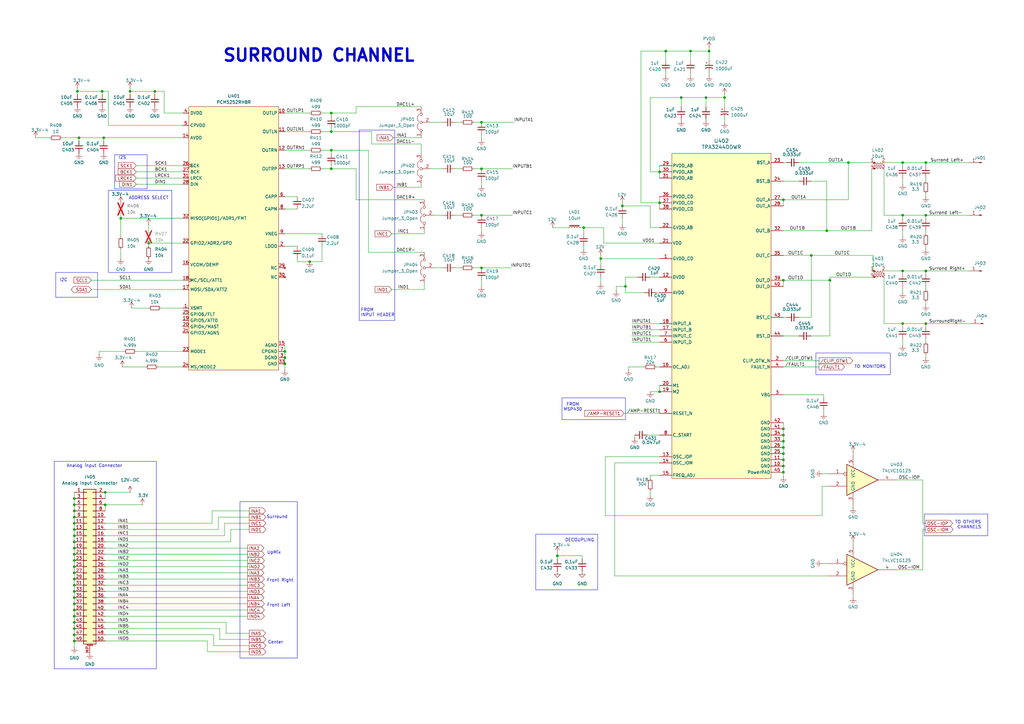
<source format=kicad_sch>
(kicad_sch (version 20250114) (generator "eeschema") (generator_version "9.0")
  (paper "A3")
  (title_block (title "Amplificateur Audio (Base Saine)") (date "2025-05-19") (rev "1.0") (company "NDG"))
  (rectangle (start 147.32 53.34) (end 161.925 131.445))
  (rectangle (start 22.225 189.23) (end 64.135 274.32))
  (rectangle (start 334.645 144.78) (end 365.125 153.67))
  (rectangle (start 44.45 78.105) (end 70.485 111.76))
  (rectangle (start 22.86 111.76) (end 40.005 121.92))
  (rectangle (start 379.095 210.82) (end 405.13 219.71))
  (rectangle (start 230.505 163.195) (end 256.54 172.085))
  (rectangle (start 98.425 205.74) (end 121.92 269.875))
  (rectangle (start 46.99 63.5) (end 60.325 77.47))
  (rectangle (start 219.71 219.075) (end 245.11 241.935))
  (text "DECOUPLING\n" (at 237.744 221.615 0) (effects (font (size 1.27 1.27))))
  (text "FROM\nMSP430\n" (at 234.95 167.005 0) (effects (font (size 1.27 1.27))))
  (text "I2S\n" (at 50.165 64.77 0) (effects (font (size 1.27 1.27))))
  (text "FROM\nINPUT HEADER" (at 147.955 128.27 0) (effects (font (size 1.27 1.27)) (justify left)))
  (text "Surround" (at 113.665 212.09 0) (effects (font (size 1.27 1.27))))
  (text "Front Left\n" (at 114.3 248.285 0) (effects (font (size 1.27 1.27))))
  (text "Center" (at 113.03 263.525 0) (effects (font (size 1.27 1.27))))
  (text "Analog input Connector" (at 38.735 191.135 0) (effects (font (size 1.27 1.27))))
  (text "TO MONITORS" (at 356.87 150.495 0) (effects (font (size 1.27 1.27))))
  (text "Front Right\n" (at 114.935 238.125 0) (effects (font (size 1.27 1.27))))
  (text "UpMix" (at 112.395 226.695 0) (effects (font (size 1.27 1.27))))
  (text "ADDRESS SELECT" (at 60.96 81.28 0) (effects (font (size 1.27 1.27))))
  (text "TO OTHERS \nCHANNELS\n" (at 397.51 215.265 0) (effects (font (size 1.27 1.27))))
  (text "I2C\n" (at 26.035 114.935 0) (effects (font (size 1.27 1.27))))
  (text "SURROUND CHANNEL\n" (at 130.81 22.86 0) (effects (font (size 5 5) (thickness 1) (bold yes))))
  (junction (at 135.89 69.215))
  (junction (at 246.38 106.045))
  (junction (at 116.84 144.145))
  (junction (at 289.56 40.005))
  (junction (at 30.48 234.95))
  (junction (at 321.31 186.055))
  (junction (at 135.89 53.975))
  (junction (at 30.48 224.79))
  (junction (at 43.18 201.93))
  (junction (at 30.48 214.63))
  (junction (at 273.05 20.955))
  (junction (at 42.545 56.515))
  (junction (at 279.4 40.005))
  (junction (at 197.485 50.165))
  (junction (at 347.98 66.675))
  (junction (at 41.91 37.465))
  (junction (at 255.27 84.455))
  (junction (at 30.48 252.73))
  (junction (at 30.48 250.19))
  (junction (at 256.54 117.475))
  (junction (at 30.48 260.35))
  (junction (at 379.73 88.265))
  (junction (at 30.48 217.17))
  (junction (at 30.48 245.11))
  (junction (at 49.53 89.535))
  (junction (at 290.83 20.955))
  (junction (at 135.89 46.355))
  (junction (at 379.73 111.125))
  (junction (at 43.18 207.01))
  (junction (at 30.48 247.65))
  (junction (at 321.31 193.675))
  (junction (at 379.73 132.715))
  (junction (at 30.48 242.57))
  (junction (at 270.51 160.655))
  (junction (at 321.31 175.895))
  (junction (at 321.31 114.935))
  (junction (at 63.5 37.465))
  (junction (at 30.48 209.55))
  (junction (at 321.31 178.435))
  (junction (at 30.48 257.81))
  (junction (at 30.48 212.09))
  (junction (at 30.48 222.25))
  (junction (at 30.48 237.49))
  (junction (at 270.51 70.485))
  (junction (at 370.205 132.715))
  (junction (at 30.48 255.27))
  (junction (at 30.48 229.87))
  (junction (at 270.51 83.185))
  (junction (at 370.205 66.675))
  (junction (at 321.31 180.975))
  (junction (at 197.485 69.215))
  (junction (at 297.18 40.005))
  (junction (at 370.205 111.125))
  (junction (at 116.84 149.225))
  (junction (at 197.485 109.855))
  (junction (at 60.96 99.695))
  (junction (at 321.31 81.915))
  (junction (at 30.48 232.41))
  (junction (at 30.48 262.89))
  (junction (at 30.48 207.01))
  (junction (at 228.6 227.965))
  (junction (at 321.31 183.515))
  (junction (at 30.48 240.03))
  (junction (at 239.395 93.345))
  (junction (at 32.385 56.515))
  (junction (at 321.31 188.595))
  (junction (at 30.48 219.71))
  (junction (at 321.31 191.135))
  (junction (at 370.205 88.265))
  (junction (at 283.21 20.955))
  (junction (at 135.89 61.595))
  (junction (at 30.48 204.47))
  (junction (at 332.74 104.775))
  (junction (at 340.36 114.935))
  (junction (at 53.34 37.465))
  (junction (at 379.73 66.675))
  (junction (at 31.75 37.465))
  (junction (at 197.485 88.265))
  (junction (at 127 107.315))
  (junction (at 116.84 146.685))
  (junction (at 339.09 94.615))
  (junction (at 30.48 227.33))
  (wire (pts (xy 255.27 83.185) (xy 255.27 84.455)))
  (wire (pts (xy 90.17 262.255) (xy 102.235 262.255)))
  (wire (pts (xy 279.4 40.005) (xy 279.4 43.815)))
  (wire (pts (xy 297.18 43.815) (xy 297.18 40.005)))
  (wire (pts (xy 370.205 132.715) (xy 370.205 133.985)))
  (wire (pts (xy 60.96 100.965) (xy 60.96 99.695)))
  (wire (pts (xy 43.18 252.73) (xy 101.6 252.73)))
  (wire (pts (xy 357.505 69.215) (xy 357.505 94.615)))
  (wire (pts (xy 173.99 94.615) (xy 173.99 95.885)))
  (wire (pts (xy 297.18 40.005) (xy 289.56 40.005)))
  (wire (pts (xy 49.53 89.535) (xy 74.93 89.535)))
  (wire (pts (xy 92.71 259.715) (xy 102.235 259.715)))
  (wire (pts (xy 30.48 237.49) (xy 30.48 240.03)))
  (wire (pts (xy 186.69 69.215) (xy 189.23 69.215)))
  (wire (pts (xy 86.995 209.55) (xy 102.235 209.55)))
  (wire (pts (xy 255.27 92.075) (xy 255.27 89.535)))
  (wire (pts (xy 269.24 150.495) (xy 270.51 150.495)))
  (wire (pts (xy 246.38 106.045) (xy 246.38 108.585)))
  (wire (pts (xy 335.915 150.495) (xy 321.31 150.495)))
  (wire (pts (xy 146.05 81.915) (xy 146.05 69.215)))
  (wire (pts (xy 297.18 38.735) (xy 297.18 40.005)))
  (wire (pts (xy 37.465 114.935) (xy 74.93 114.935)))
  (wire (pts (xy 257.81 151.765) (xy 257.81 150.495)))
  (wire (pts (xy 347.98 81.915) (xy 321.31 81.915)))
  (wire (pts (xy 297.18 50.165) (xy 297.18 48.895)))
  (wire (pts (xy 197.485 76.2) (xy 197.485 74.295)))
  (wire (pts (xy 259.08 137.795) (xy 270.51 137.795)))
  (wire (pts (xy 30.48 207.01) (xy 30.48 209.55)))
  (wire (pts (xy 248.285 211.455) (xy 337.185 211.455)))
  (wire (pts (xy 43.18 247.65) (xy 101.6 247.65)))
  (wire (pts (xy 30.48 255.27) (xy 30.48 257.81)))
  (wire (pts (xy 279.4 40.005) (xy 289.56 40.005)))
  (wire (pts (xy 246.38 116.205) (xy 246.38 113.665)))
  (wire (pts (xy 55.88 73.025) (xy 74.93 73.025)))
  (wire (pts (xy 261.62 113.665) (xy 256.54 113.665)))
  (wire (pts (xy 379.73 125.095) (xy 379.73 123.825)))
  (wire (pts (xy 132.08 100.965) (xy 132.08 107.315)))
  (wire (pts (xy 173.99 103.505) (xy 151.13 103.505)))
  (wire (pts (xy 340.36 113.665) (xy 340.36 114.935)))
  (wire (pts (xy 340.36 113.665) (xy 357.505 113.665)))
  (wire (pts (xy 321.31 173.355) (xy 321.31 175.895)))
  (wire (pts (xy 397.51 88.265) (xy 379.73 88.265)))
  (wire (pts (xy 186.69 109.855) (xy 189.23 109.855)))
  (wire (pts (xy 266.7 84.455) (xy 255.27 84.455)))
  (wire (pts (xy 92.71 255.27) (xy 43.18 255.27)))
  (wire (pts (xy 256.54 117.475) (xy 256.54 120.015)))
  (wire (pts (xy 37.465 118.745) (xy 74.93 118.745)))
  (wire (pts (xy 321.31 180.975) (xy 321.31 183.515)))
  (wire (pts (xy 116.84 53.975) (xy 127 53.975)))
  (wire (pts (xy 370.205 111.125) (xy 370.205 112.395)))
  (wire (pts (xy 321.31 178.435) (xy 321.31 180.975)))
  (wire (pts (xy 30.48 260.35) (xy 30.48 262.89)))
  (wire (pts (xy 257.81 150.495) (xy 264.16 150.495)))
  (wire (pts (xy 87.63 264.795) (xy 87.63 260.35)))
  (wire (pts (xy 30.48 214.63) (xy 30.48 217.17)))
  (wire (pts (xy 132.08 69.215) (xy 135.89 69.215)))
  (wire (pts (xy 248.285 187.325) (xy 270.51 187.325)))
  (wire (pts (xy 55.88 144.145) (xy 74.93 144.145)))
  (wire (pts (xy 197.485 50.165) (xy 210.82 50.165)))
  (wire (pts (xy 339.09 94.615) (xy 321.31 94.615)))
  (wire (pts (xy 270.51 83.185) (xy 262.89 83.185)))
  (wire (pts (xy 279.4 49.53) (xy 279.4 48.895)))
  (wire (pts (xy 370.205 88.265) (xy 370.205 89.535)))
  (wire (pts (xy 270.51 80.645) (xy 270.51 83.185)))
  (wire (pts (xy 53.975 126.365) (xy 60.96 126.365)))
  (wire (pts (xy 322.58 66.675) (xy 321.31 66.675)))
  (wire (pts (xy 362.585 66.675) (xy 370.205 66.675)))
  (wire (pts (xy 238.125 93.345) (xy 239.395 93.345)))
  (wire (pts (xy 67.31 46.355) (xy 67.31 37.465)))
  (wire (pts (xy 283.21 31.115) (xy 283.21 29.845)))
  (wire (pts (xy 252.095 236.22) (xy 339.725 236.22)))
  (wire (pts (xy 86.995 209.55) (xy 86.995 214.63)))
  (wire (pts (xy 239.395 93.345) (xy 239.395 95.885)))
  (wire (pts (xy 32.385 56.515) (xy 42.545 56.515)))
  (wire (pts (xy 347.98 66.675) (xy 357.505 66.675)))
  (wire (pts (xy 379.73 80.645) (xy 379.73 79.375)))
  (wire (pts (xy 43.18 207.01) (xy 58.42 207.01)))
  (wire (pts (xy 25.4 56.515) (xy 32.385 56.515)))
  (wire (pts (xy 370.205 75.565) (xy 370.205 73.025)))
  (wire (pts (xy 43.18 201.93) (xy 43.18 204.47)))
  (wire (pts (xy 246.38 104.775) (xy 246.38 106.045)))
  (wire (pts (xy 152.4 53.975) (xy 152.4 59.055)))
  (wire (pts (xy 197.485 95.25) (xy 197.485 93.345)))
  (wire (pts (xy 270.51 158.115) (xy 270.51 160.655)))
  (wire (pts (xy 30.48 245.11) (xy 30.48 247.65)))
  (wire (pts (xy 362.585 111.125) (xy 370.205 111.125)))
  (wire (pts (xy 186.69 50.165) (xy 189.23 50.165)))
  (wire (pts (xy 146.05 43.815) (xy 172.72 43.815)))
  (wire (pts (xy 321.31 183.515) (xy 321.31 186.055)))
  (wire (pts (xy 266.7 194.945) (xy 266.7 196.215)))
  (wire (pts (xy 259.08 132.715) (xy 270.51 132.715)))
  (wire (pts (xy 49.53 88.265) (xy 49.53 89.535)))
  (wire (pts (xy 379.73 111.125) (xy 397.51 111.125)))
  (wire (pts (xy 30.48 262.89) (xy 30.48 265.43)))
  (wire (pts (xy 30.48 250.19) (xy 30.48 252.73)))
  (wire (pts (xy 349.885 185.42) (xy 349.885 186.69)))
  (wire (pts (xy 194.31 50.165) (xy 197.485 50.165)))
  (wire (pts (xy 238.76 229.235) (xy 238.76 227.965)))
  (wire (pts (xy 121.92 107.315) (xy 121.92 106.045)))
  (wire (pts (xy 321.31 114.935) (xy 340.36 114.935)))
  (wire (pts (xy 370.205 97.155) (xy 370.205 94.615)))
  (wire (pts (xy 30.48 209.55) (xy 30.48 212.09)))
  (wire (pts (xy 132.08 95.885) (xy 116.84 95.885)))
  (wire (pts (xy 30.48 219.71) (xy 30.48 222.25)))
  (wire (pts (xy 127 107.315) (xy 132.08 107.315)))
  (wire (pts (xy 349.885 208.28) (xy 349.885 207.01)))
  (wire (pts (xy 321.31 191.135) (xy 321.31 193.675)))
  (wire (pts (xy 259.08 140.335) (xy 270.51 140.335)))
  (wire (pts (xy 265.43 178.435) (xy 270.51 178.435)))
  (wire (pts (xy 43.18 207.01) (xy 43.18 209.55)))
  (wire (pts (xy 327.66 66.675) (xy 347.98 66.675)))
  (wire (pts (xy 252.73 117.475) (xy 252.73 119.38)))
  (wire (pts (xy 31.75 37.465) (xy 41.91 37.465)))
  (wire (pts (xy 161.29 76.835) (xy 172.72 76.835)))
  (wire (pts (xy 116.84 144.145) (xy 116.84 146.685)))
  (wire (pts (xy 31.75 37.465) (xy 31.75 38.735)))
  (wire (pts (xy 42.545 56.515) (xy 74.93 56.515)))
  (wire (pts (xy 256.54 113.665) (xy 256.54 117.475)))
  (wire (pts (xy 252.095 189.865) (xy 252.095 236.22)))
  (wire (pts (xy 30.48 257.81) (xy 30.48 260.35)))
  (wire (pts (xy 362.585 88.265) (xy 370.205 88.265)))
  (wire (pts (xy 181.61 50.165) (xy 176.53 50.165)))
  (wire (pts (xy 358.14 111.125) (xy 357.505 111.125)))
  (wire (pts (xy 321.31 186.055) (xy 321.31 188.595)))
  (wire (pts (xy 260.35 178.435) (xy 260.35 179.705)))
  (wire (pts (xy 30.48 240.03) (xy 30.48 242.57)))
  (wire (pts (xy 290.83 20.955) (xy 283.21 20.955)))
  (wire (pts (xy 290.83 19.685) (xy 290.83 20.955)))
  (wire (pts (xy 290.83 31.115) (xy 290.83 29.845)))
  (wire (pts (xy 357.505 94.615) (xy 339.09 94.615)))
  (wire (pts (xy 172.72 59.055) (xy 172.72 62.865)))
  (wire (pts (xy 67.31 37.465) (xy 63.5 37.465)))
  (wire (pts (xy 173.99 81.915) (xy 146.05 81.915)))
  (wire (pts (xy 370.205 66.675) (xy 379.73 66.675)))
  (wire (pts (xy 146.05 46.355) (xy 135.89 46.355)))
  (wire (pts (xy 44.45 37.465) (xy 41.91 37.465)))
  (wire (pts (xy 269.24 120.015) (xy 270.51 120.015)))
  (wire (pts (xy 181.61 109.855) (xy 177.8 109.855)))
  (wire (pts (xy 248.285 187.325) (xy 248.285 211.455)))
  (wire (pts (xy 379.73 118.745) (xy 379.73 117.475)))
  (wire (pts (xy 321.31 175.895) (xy 321.31 178.435)))
  (wire (pts (xy 92.71 259.715) (xy 92.71 255.27)))
  (wire (pts (xy 362.585 113.665) (xy 362.585 132.715)))
  (wire (pts (xy 379.73 66.675) (xy 379.73 67.945)))
  (wire (pts (xy 337.82 163.195) (xy 337.82 161.925)))
  (wire (pts (xy 85.09 267.335) (xy 85.09 262.89)))
  (wire (pts (xy 279.4 40.005) (xy 266.7 40.005)))
  (wire (pts (xy 321.31 104.775) (xy 332.74 104.775)))
  (wire (pts (xy 43.18 229.87) (xy 101.6 229.87)))
  (wire (pts (xy 135.89 52.705) (xy 135.89 53.975)))
  (wire (pts (xy 379.73 146.685) (xy 379.73 145.415)))
  (wire (pts (xy 228.6 227.965) (xy 238.76 227.965)))
  (wire (pts (xy 116.84 61.595) (xy 127 61.595)))
  (wire (pts (xy 43.18 237.49) (xy 101.6 237.49)))
  (wire (pts (xy 74.93 99.695) (xy 60.96 99.695)))
  (wire (pts (xy 321.31 114.935) (xy 321.31 117.475)))
  (wire (pts (xy 116.84 46.355) (xy 127 46.355)))
  (wire (pts (xy 349.885 222.25) (xy 349.885 223.52)))
  (wire (pts (xy 53.34 36.195) (xy 53.34 37.465)))
  (wire (pts (xy 94.615 217.17) (xy 94.615 222.25)))
  (wire (pts (xy 252.095 189.865) (xy 270.51 189.865)))
  (wire (pts (xy 64.77 150.495) (xy 74.93 150.495)))
  (wire (pts (xy 370.205 141.605) (xy 370.205 139.065)))
  (wire (pts (xy 42.545 57.785) (xy 42.545 56.515)))
  (wire (pts (xy 135.89 62.865) (xy 135.89 61.595)))
  (wire (pts (xy 31.75 36.195) (xy 31.75 37.465)))
  (wire (pts (xy 332.74 74.295) (xy 339.09 74.295)))
  (wire (pts (xy 378.46 233.68) (xy 367.665 233.68)))
  (wire (pts (xy 151.13 103.505) (xy 151.13 61.595)))
  (wire (pts (xy 266.7 40.005) (xy 266.7 70.485)))
  (wire (pts (xy 197.485 117.475) (xy 197.485 114.935)))
  (wire (pts (xy 327.66 74.295) (xy 321.31 74.295)))
  (wire (pts (xy 379.73 140.335) (xy 379.73 139.065)))
  (wire (pts (xy 30.48 224.79) (xy 30.48 227.33)))
  (wire (pts (xy 321.31 195.58) (xy 321.31 193.675)))
  (wire (pts (xy 246.38 106.045) (xy 270.51 106.045)))
  (wire (pts (xy 197.485 69.215) (xy 210.185 69.215)))
  (wire (pts (xy 43.18 245.11) (xy 101.6 245.11)))
  (wire (pts (xy 66.04 126.365) (xy 74.93 126.365)))
  (wire (pts (xy 116.84 69.215) (xy 127 69.215)))
  (wire (pts (xy 116.84 146.685) (xy 116.84 149.225)))
  (wire (pts (xy 358.14 104.775) (xy 358.14 111.125)))
  (wire (pts (xy 379.73 132.715) (xy 398.145 132.715)))
  (wire (pts (xy 332.74 137.795) (xy 340.36 137.795)))
  (wire (pts (xy 43.18 214.63) (xy 86.995 214.63)))
  (wire (pts (xy 347.98 66.675) (xy 347.98 81.915)))
  (wire (pts (xy 321.31 188.595) (xy 321.31 191.135)))
  (wire (pts (xy 55.88 75.565) (xy 74.93 75.565)))
  (wire (pts (xy 160.655 95.885) (xy 173.99 95.885)))
  (wire (pts (xy 339.09 74.295) (xy 339.09 94.615)))
  (wire (pts (xy 49.53 89.535) (xy 49.53 97.155)))
  (wire (pts (xy 378.46 217.17) (xy 378.46 233.68)))
  (wire (pts (xy 197.485 57.15) (xy 197.485 55.245)))
  (wire (pts (xy 55.88 67.945) (xy 74.93 67.945)))
  (wire (pts (xy 197.485 88.265) (xy 210.185 88.265)))
  (wire (pts (xy 41.91 38.735) (xy 41.91 37.465)))
  (wire (pts (xy 378.46 214.63) (xy 378.46 196.85)))
  (wire (pts (xy 43.18 227.33) (xy 101.6 227.33)))
  (wire (pts (xy 30.48 242.57) (xy 30.48 245.11)))
  (wire (pts (xy 85.09 262.89) (xy 43.18 262.89)))
  (wire (pts (xy 135.89 53.975) (xy 132.08 53.975)))
  (wire (pts (xy 121.92 107.315) (xy 127 107.315)))
  (wire (pts (xy 30.48 204.47) (xy 30.48 207.01)))
  (wire (pts (xy 228.6 226.695) (xy 228.6 227.965)))
  (wire (pts (xy 332.74 130.175) (xy 327.66 130.175)))
  (wire (pts (xy 337.82 169.545) (xy 337.82 168.275)))
  (wire (pts (xy 135.89 46.355) (xy 132.08 46.355)))
  (wire (pts (xy 87.63 260.35) (xy 43.18 260.35)))
  (wire (pts (xy 259.08 135.255) (xy 270.51 135.255)))
  (wire (pts (xy 370.205 88.265) (xy 379.73 88.265)))
  (wire (pts (xy 337.185 194.31) (xy 339.725 194.31)))
  (wire (pts (xy 289.56 40.005) (xy 289.56 43.815)))
  (wire (pts (xy 43.18 219.71) (xy 92.075 219.71)))
  (wire (pts (xy 135.89 69.215) (xy 135.89 67.945)))
  (wire (pts (xy 194.31 109.855) (xy 197.485 109.855)))
  (wire (pts (xy 152.4 53.975) (xy 135.89 53.975)))
  (wire (pts (xy 322.58 130.175) (xy 321.31 130.175)))
  (wire (pts (xy 92.075 214.63) (xy 102.235 214.63)))
  (wire (pts (xy 264.16 120.015) (xy 256.54 120.015)))
  (wire (pts (xy 270.51 67.945) (xy 270.51 70.485)))
  (wire (pts (xy 67.31 46.355) (xy 74.93 46.355)))
  (wire (pts (xy 173.99 118.745) (xy 160.655 118.745)))
  (wire (pts (xy 266.7 84.455) (xy 266.7 93.345)))
  (wire (pts (xy 40.64 144.145) (xy 50.8 144.145)))
  (wire (pts (xy 172.72 76.835) (xy 172.72 75.565)))
  (wire (pts (xy 266.7 113.665) (xy 270.51 113.665)))
  (wire (pts (xy 266.7 194.945) (xy 270.51 194.945)))
  (wire (pts (xy 43.18 234.95) (xy 101.6 234.95)))
  (wire (pts (xy 290.83 24.765) (xy 290.83 20.955)))
  (wire (pts (xy 30.48 232.41) (xy 30.48 234.95)))
  (wire (pts (xy 43.18 224.79) (xy 101.6 224.79)))
  (wire (pts (xy 335.915 147.955) (xy 321.31 147.955)))
  (wire (pts (xy 43.18 217.17) (xy 89.535 217.17)))
  (wire (pts (xy 197.485 109.855) (xy 209.55 109.855)))
  (wire (pts (xy 85.09 267.335) (xy 102.235 267.335)))
  (wire (pts (xy 90.17 262.255) (xy 90.17 257.81)))
  (wire (pts (xy 60.96 92.075) (xy 60.96 94.615)))
  (wire (pts (xy 53.34 37.465) (xy 63.5 37.465)))
  (wire (pts (xy 379.73 88.265) (xy 379.73 89.535)))
  (wire (pts (xy 379.73 217.17) (xy 378.46 217.17)))
  (wire (pts (xy 30.48 212.09) (xy 30.48 214.63)))
  (wire (pts (xy 379.73 111.125) (xy 379.73 112.395)))
  (wire (pts (xy 194.31 88.265) (xy 197.485 88.265)))
  (wire (pts (xy 289.56 49.53) (xy 289.56 48.895)))
  (wire (pts (xy 173.99 116.205) (xy 173.99 118.745)))
  (wire (pts (xy 121.92 85.725) (xy 116.84 85.725)))
  (wire (pts (xy 43.18 201.93) (xy 53.34 201.93)))
  (wire (pts (xy 186.69 88.265) (xy 189.23 88.265)))
  (wire (pts (xy 321.31 137.795) (xy 327.66 137.795)))
  (wire (pts (xy 146.05 43.815) (xy 146.05 46.355)))
  (wire (pts (xy 30.48 234.95) (xy 30.48 237.49)))
  (wire (pts (xy 337.185 231.14) (xy 339.725 231.14)))
  (wire (pts (xy 270.51 70.485) (xy 270.51 73.025)))
  (wire (pts (xy 43.18 232.41) (xy 101.6 232.41)))
  (wire (pts (xy 151.13 61.595) (xy 135.89 61.595)))
  (wire (pts (xy 379.73 102.235) (xy 379.73 100.965)))
  (wire (pts (xy 273.05 31.115) (xy 273.05 29.845)))
  (wire (pts (xy 30.48 227.33) (xy 30.48 229.87)))
  (wire (pts (xy 370.205 132.715) (xy 379.73 132.715)))
  (wire (pts (xy 30.48 222.25) (xy 30.48 224.79)))
  (wire (pts (xy 116.84 141.605) (xy 116.84 144.145)))
  (wire (pts (xy 30.48 247.65) (xy 30.48 250.19)))
  (wire (pts (xy 266.7 160.655) (xy 270.51 160.655)))
  (wire (pts (xy 340.36 114.935) (xy 340.36 137.795)))
  (wire (pts (xy 53.34 37.465) (xy 53.34 38.735)))
  (wire (pts (xy 43.18 222.25) (xy 94.615 222.25)))
  (wire (pts (xy 262.89 83.185) (xy 262.89 20.955)))
  (wire (pts (xy 370.205 120.015) (xy 370.205 117.475)))
  (wire (pts (xy 43.18 240.03) (xy 101.6 240.03)))
  (wire (pts (xy 135.89 61.595) (xy 132.08 61.595)))
  (wire (pts (xy 266.7 70.485) (xy 270.51 70.485)))
  (wire (pts (xy 370.205 66.675) (xy 370.205 67.945)))
  (wire (pts (xy 379.73 214.63) (xy 378.46 214.63)))
  (wire (pts (xy 270.51 83.185) (xy 270.51 85.725)))
  (wire (pts (xy 87.63 264.795) (xy 102.235 264.795)))
  (wire (pts (xy 270.51 99.695) (xy 247.65 99.695)))
  (wire (pts (xy 379.73 95.885) (xy 379.73 94.615)))
  (wire (pts (xy 89.535 212.09) (xy 102.235 212.09)))
  (wire (pts (xy 32.385 56.515) (xy 32.385 57.785)))
  (wire (pts (xy 252.73 117.475) (xy 256.54 117.475)))
  (wire (pts (xy 43.18 242.57) (xy 101.6 242.57)))
  (wire (pts (xy 94.615 217.17) (xy 102.235 217.17)))
  (wire (pts (xy 273.05 20.955) (xy 283.21 20.955)))
  (wire (pts (xy 379.73 66.675) (xy 397.51 66.675)))
  (wire (pts (xy 181.61 69.215) (xy 176.53 69.215)))
  (wire (pts (xy 50.165 150.495) (xy 59.69 150.495)))
  (wire (pts (xy 332.74 104.775) (xy 332.74 130.175)))
  (wire (pts (xy 89.535 212.09) (xy 89.535 217.17)))
  (wire (pts (xy 239.395 100.965) (xy 239.395 102.235)))
  (wire (pts (xy 121.92 80.645) (xy 116.84 80.645)))
  (wire (pts (xy 247.65 99.695) (xy 247.65 93.345)))
  (wire (pts (xy 194.31 69.215) (xy 197.485 69.215)))
  (wire (pts (xy 266.7 203.2) (xy 266.7 201.295)))
  (wire (pts (xy 30.48 217.17) (xy 30.48 219.71)))
  (wire (pts (xy 152.4 59.055) (xy 172.72 59.055)))
  (wire (pts (xy 332.74 104.775) (xy 358.14 104.775)))
  (wire (pts (xy 379.73 132.715) (xy 379.73 133.985)))
  (wire (pts (xy 379.73 74.295) (xy 379.73 73.025)))
  (wire (pts (xy 349.885 245.11) (xy 349.885 243.84)))
  (wire (pts (xy 247.65 93.345) (xy 239.395 93.345)))
  (wire (pts (xy 49.53 102.235) (xy 49.53 106.045)))
  (wire (pts (xy 273.05 20.955) (xy 273.05 24.765)))
  (wire (pts (xy 262.89 20.955) (xy 273.05 20.955)))
  (wire (pts (xy 63.5 38.735) (xy 63.5 37.465)))
  (wire (pts (xy 378.46 196.85) (xy 367.665 196.85)))
  (wire (pts (xy 181.61 88.265) (xy 177.8 88.265)))
  (wire (pts (xy 370.205 111.125) (xy 379.73 111.125)))
  (wire (pts (xy 337.82 161.925) (xy 321.31 161.925)))
  (wire (pts (xy 283.21 20.955) (xy 283.21 24.765)))
  (wire (pts (xy 226.695 93.345) (xy 233.045 93.345)))
  (wire (pts (xy 30.48 201.93) (xy 30.48 204.47)))
  (wire (pts (xy 30.48 252.73) (xy 30.48 255.27)))
  (wire (pts (xy 135.89 47.625) (xy 135.89 46.355)))
  (wire (pts (xy 40.64 145.415) (xy 40.64 144.145)))
  (wire (pts (xy 74.93 51.435) (xy 44.45 51.435)))
  (wire (pts (xy 121.92 100.965) (xy 116.84 100.965)))
  (wire (pts (xy 43.18 250.19) (xy 101.6 250.19)))
  (wire (pts (xy 161.29 56.515) (xy 172.72 56.515)))
  (wire (pts (xy 266.7 93.345) (xy 270.51 93.345)))
  (wire (pts (xy 55.88 70.485) (xy 74.93 70.485)))
  (wire (pts (xy 92.075 214.63) (xy 92.075 219.71)))
  (wire (pts (xy 337.185 199.39) (xy 339.725 199.39)))
  (wire (pts (xy 362.585 69.215) (xy 362.585 88.265)))
  (wire (pts (xy 321.31 81.915) (xy 321.31 84.455)))
  (wire (pts (xy 90.17 257.81) (xy 43.18 257.81)))
  (wire (pts (xy 255.905 169.545) (xy 270.51 169.545)))
  (wire (pts (xy 30.48 229.87) (xy 30.48 232.41)))
  (wire (pts (xy 146.05 69.215) (xy 135.89 69.215)))
  (wire (pts (xy 116.84 149.225) (xy 116.84 151.765)))
  (wire (pts (xy 44.45 51.435) (xy 44.45 37.465)))
  (wire (pts (xy 228.6 227.965) (xy 228.6 229.235)))
  (wire (pts (xy 337.185 211.455) (xy 337.185 199.39)))
  (wire (pts (xy 14.605 56.515) (xy 20.32 56.515)))
  (wire (pts (xy 362.585 132.715) (xy 370.205 132.715)))
  (label "INB5" (at 48.26 257.81 0))
  (label "DAC1R+" (at 162.56 81.915 0))
  (label "OUT1B" (at 323.85 94.615 0))
  (label "INA2" (at 48.26 224.79 0))
  (label "INB3" (at 48.26 237.49 0))
  (label "INPUTD1" (at 259.08 140.335 0))
  (label "SCK1" (at 63.5 67.945 0))
  (label "OSC-IOM" (at 368.3 233.68 0))
  (label "INA5" (at 48.26 255.27 0))
  (label "INPUTB1" (at 259.08 135.255 0))
  (label "INB2" (at 48.26 227.33 0))
  (label "OUT1A" (at 339.725 66.675 0))
  (label "OUT1D" (at 323.215 114.935 0))
  (label "Surrond Left+" (at 381.635 66.675 0))
  (label "INA4" (at 48.26 245.11 0))
  (label "INC1" (at 163.195 95.885 0))
  (label "OUT1C" (at 323.215 104.775 0))
  (label "INC1" (at 48.26 219.71 0))
  (label "OUT1A" (at 324.485 81.915 0))
  (label "INC4" (at 48.26 250.19 0))
  (label "OUTLN1" (at 117.475 53.975 0))
  (label "SDA1" (at 48.895 118.745 0))
  (label "OSC-IOP" (at 368.556 196.85 0))
  (label "INC2" (at 48.26 229.87 0))
  (label "BCK1" (at 63.5 70.485 0))
  (label "INA1" (at 48.26 214.63 0))
  (label "IND4" (at 48.26 252.73 0))
  (label "OUTRN1" (at 117.475 61.595 0))
  (label "DIN1" (at 63.5 75.565 0))
  (label "OUT1C" (at 342.265 104.775 0))
  (label "VDD1" (at 263.525 99.695 0))
  (label "DAC1R-" (at 162.56 103.505 0))
  (label "Surrond Right+" (at 381 111.125 0))
  (label "{slash}CLIP_OTW1" (at 321.945 147.955 0))
  (label "INPUTC1" (at 259.08 137.795 0))
  (label "INPUTA1" (at 259.08 132.715 0))
  (label "IND2" (at 48.26 232.41 0))
  (label "INB1" (at 162.56 76.835 0))
  (label "INC5" (at 48.26 260.35 0))
  (label "INC3" (at 48.26 240.03 0))
  (label "INPUTB1" (at 210.185 69.215 0))
  (label "IND1" (at 163.195 118.745 0))
  (label "INPUTC1" (at 210.185 88.265 0))
  (label "OUT1D" (at 342.9 113.665 0))
  (label "OUTRP1" (at 117.475 69.215 0))
  (label "IND3" (at 48.26 242.57 0))
  (label "INB4" (at 48.26 247.65 0))
  (label "OUT1B" (at 344.805 94.615 0))
  (label "DAC1L-" (at 162.56 59.055 0))
  (label "IND1" (at 48.26 222.25 0))
  (label "SCL1" (at 48.895 114.935 0))
  (label "INA3" (at 48.26 234.95 0))
  (label "SurroundRight-" (at 381 132.715 0))
  (label "IND5" (at 48.26 262.89 0))
  (label "{slash}FAULT1" (at 321.945 150.495 0))
  (label "INPUTA1" (at 210.82 50.165 0))
  (label "DAC1L+" (at 162.56 43.815 0))
  (label "LRCK1" (at 63.5 73.025 0))
  (label "{slash}AMP-RESET1" (at 257.175 169.545 0))
  (label "INB1" (at 48.26 217.17 0))
  (label "Surrond Left-" (at 381 88.265 0))
  (label "INPUTD1" (at 209.55 109.855 0))
  (label "INA1" (at 162.56 56.515 0))
  (label "OUTLP1" (at 117.475 46.355 0))
  (global_label "INB5" (shape output) (at 102.235 262.255 0) (property "Intersheetrefs" "${INTERSHEET_REFS}" (effects (hide yes))))
  (global_label "SCK1" (shape input) (at 55.88 67.945 180) (property "Intersheetrefs" "${INTERSHEET_REFS}" (effects (hide yes))))
  (global_label "INB1" (shape input) (at 161.29 76.835 180) (property "Intersheetrefs" "${INTERSHEET_REFS}" (effects (hide yes))))
  (global_label "OSC-IOP" (shape output) (at 379.73 214.63 0) (property "Intersheetrefs" "${INTERSHEET_REFS}" (effects (hide yes))))
  (global_label "{slash}FAULT1" (shape output) (at 335.915 150.495 0) (property "Intersheetrefs" "${INTERSHEET_REFS}" (effects (hide yes))))
  (global_label "INC1" (shape output) (at 102.235 214.63 0) (property "Intersheetrefs" "${INTERSHEET_REFS}" (effects (hide yes))))
  (global_label "INC1" (shape input) (at 160.655 95.885 180) (property "Intersheetrefs" "${INTERSHEET_REFS}" (effects (hide yes))))
  (global_label "BCK1" (shape input) (at 55.88 70.485 180) (property "Intersheetrefs" "${INTERSHEET_REFS}" (effects (hide yes))))
  (global_label "IND5" (shape output) (at 102.235 267.335 0) (property "Intersheetrefs" "${INTERSHEET_REFS}" (effects (hide yes))))
  (global_label "IND1" (shape output) (at 102.235 217.17 0) (property "Intersheetrefs" "${INTERSHEET_REFS}" (effects (hide yes))))
  (global_label "DIN1" (shape input) (at 55.88 75.565 180) (property "Intersheetrefs" "${INTERSHEET_REFS}" (effects (hide yes))))
  (global_label "{slash}AMP-RESET1" (shape input) (at 255.905 169.545 180) (property "Intersheetrefs" "${INTERSHEET_REFS}" (effects (hide yes))))
  (global_label "INC3" (shape output) (at 101.6 240.03 0) (property "Intersheetrefs" "${INTERSHEET_REFS}" (effects (hide yes))))
  (global_label "INA5" (shape output) (at 102.235 259.715 0) (property "Intersheetrefs" "${INTERSHEET_REFS}" (effects (hide yes))))
  (global_label "INA1" (shape output) (at 102.235 209.55 0) (property "Intersheetrefs" "${INTERSHEET_REFS}" (effects (hide yes))))
  (global_label "INC5" (shape output) (at 102.235 264.795 0) (property "Intersheetrefs" "${INTERSHEET_REFS}" (effects (hide yes))))
  (global_label "INC2" (shape output) (at 101.6 229.87 0) (property "Intersheetrefs" "${INTERSHEET_REFS}" (effects (hide yes))))
  (global_label "IND1" (shape input) (at 160.655 118.745 180) (property "Intersheetrefs" "${INTERSHEET_REFS}" (effects (hide yes))))
  (global_label "SDA1" (shape bidirectional) (at 37.465 118.745 180) (property "Intersheetrefs" "${INTERSHEET_REFS}" (effects (hide yes))))
  (global_label "IND2" (shape output) (at 101.6 232.41 0) (property "Intersheetrefs" "${INTERSHEET_REFS}" (effects (hide yes))))
  (global_label "INA4" (shape output) (at 101.6 245.11 0) (property "Intersheetrefs" "${INTERSHEET_REFS}" (effects (hide yes))))
  (global_label "INB3" (shape output) (at 101.6 237.49 0) (property "Intersheetrefs" "${INTERSHEET_REFS}" (effects (hide yes))))
  (global_label "IND4" (shape output) (at 101.6 252.73 0) (property "Intersheetrefs" "${INTERSHEET_REFS}" (effects (hide yes))))
  (global_label "INB4" (shape output) (at 101.6 247.65 0) (property "Intersheetrefs" "${INTERSHEET_REFS}" (effects (hide yes))))
  (global_label "INA3" (shape output) (at 101.6 234.95 0) (property "Intersheetrefs" "${INTERSHEET_REFS}" (effects (hide yes))))
  (global_label "{slash}CLIP_OTW1" (shape output) (at 335.915 147.955 0) (property "Intersheetrefs" "${INTERSHEET_REFS}" (effects (hide yes))))
  (global_label "INA2" (shape output) (at 101.6 224.79 0) (property "Intersheetrefs" "${INTERSHEET_REFS}" (effects (hide yes))))
  (global_label "LRCK1" (shape input) (at 55.88 73.025 180) (property "Intersheetrefs" "${INTERSHEET_REFS}" (effects (hide yes))))
  (global_label "IND3" (shape output) (at 101.6 242.57 0) (property "Intersheetrefs" "${INTERSHEET_REFS}" (effects (hide yes))))
  (global_label "INC4" (shape output) (at 101.6 250.19 0) (property "Intersheetrefs" "${INTERSHEET_REFS}" (effects (hide yes))))
  (global_label "SCL1" (shape input) (at 37.465 114.935 180) (property "Intersheetrefs" "${INTERSHEET_REFS}" (effects (hide yes))))
  (global_label "INA1" (shape input) (at 161.29 56.515 180) (property "Intersheetrefs" "${INTERSHEET_REFS}" (effects (hide yes))))
  (global_label "OSC-IOM" (shape output) (at 379.73 217.17 0) (property "Intersheetrefs" "${INTERSHEET_REFS}" (effects (hide yes))))
  (global_label "INB2" (shape output) (at 101.6 227.33 0) (property "Intersheetrefs" "${INTERSHEET_REFS}" (effects (hide yes))))
  (global_label "INB1" (shape output) (at 102.235 212.09 0) (property "Intersheetrefs" "${INTERSHEET_REFS}" (effects (hide yes))))
  (symbol (lib_id "Jumper:Jumper_3_Open") (at 172.72 50.165 90) (unit 1)
    (property "Reference" "JP401" (at 170.18 48.8949 90) (effects (justify left)))
    (property "Value" "Jumper_3_Open" (at 170.18 51.4349 90) (effects (justify left)))
    (property "Description" "Jumper, 3-pole, both open" (effects (hide yes)))
  )
  (symbol (lib_id "power:Earth") (at 321.31 195.58 0) (unit 1)
    (property "Reference" "#PWR0492" (effects (hide yes)))
    (property "Value" "GND" (at 321.31 199.39 0))
    (property "Description" "Power symbol creates a global label with name \"Earth\"" (effects (hide yes)))
  )
  (symbol (lib_id "Device:C_Small") (at 135.89 50.165 0) (unit 1)
    (property "Reference" "C410" (at 140.335 49.022 0))
    (property "Value" "1000pF" (at 140.335 51.562 0))
    (property "Description" "Unpolarized capacitor, small symbol" (effects (hide yes)))
  )
  (symbol (lib_id "Device:C_Small") (at 330.2 74.295 270) (unit 1)
    (property "Reference" "C435" (at 329.946 69.215 90))
    (property "Value" "0.033uF" (at 329.946 70.993 90))
    (property "Description" "Unpolarized capacitor, small symbol" (effects (hide yes)))
  )
  (symbol (lib_id "power:Earth") (at 349.885 208.28 0) (unit 1)
    (property "Reference" "#PWR0539" (effects (hide yes)))
    (property "Value" "GND" (at 349.885 212.09 0))
    (property "Description" "Power symbol creates a global label with name \"Earth\"" (effects (hide yes)))
  )
  (symbol (lib_id "Device:R_Small") (at 129.54 69.215 270) (unit 1)
    (property "Reference" "R412" (at 129.54 64.135 90))
    (property "Value" "499" (at 129.54 66.675 90))
    (property "Description" "Resistor, small symbol" (effects (hide yes)))
  )
  (symbol (lib_id "power:GND") (at 228.6 234.315 0) (unit 1)
    (property "Reference" "#PWR0443" (effects (hide yes)))
    (property "Value" "GND" (at 228.6 239.395 0))
    (property "Description" "Power symbol creates a global label with name \"GND\" , ground" (effects (hide yes)))
  )
  (symbol (lib_id "Device:C_Small") (at 262.89 178.435 90) (unit 1)
    (property "Reference" "C431" (at 266.954 179.705 90))
    (property "Value" "0.047uF" (at 267.208 181.483 90))
    (property "Description" "Unpolarized capacitor, small symbol" (effects (hide yes)))
  )
  (symbol (lib_id "Device:C_Small") (at 31.75 41.275 180) (unit 1)
    (property "Reference" "C405" (at 27.305 42.418 0))
    (property "Value" "10uF" (at 27.305 39.878 0))
    (property "Description" "Unpolarized capacitor, small symbol" (effects (hide yes)))
  )
  (symbol (lib_id "power:Earth") (at 53.34 43.815 0) (unit 1)
    (property "Reference" "#PWR0474" (effects (hide yes)))
    (property "Value" "GND" (at 53.34 47.625 0))
    (property "Description" "Power symbol creates a global label with name \"Earth\"" (effects (hide yes)))
  )
  (symbol (lib_id "power:Earth") (at 42.545 62.865 0) (unit 1)
    (property "Reference" "#PWR0470" (effects (hide yes)))
    (property "Value" "GND" (at 42.545 66.675 0))
    (property "Description" "Power symbol creates a global label with name \"Earth\"" (effects (hide yes)))
  )
  (symbol (lib_id "power:Earth") (at 197.485 76.2 0) (unit 1)
    (property "Reference" "#PWR0480" (effects (hide yes)))
    (property "Value" "GND" (at 197.485 80.01 0))
    (property "Description" "Power symbol creates a global label with name \"Earth\"" (effects (hide yes)))
  )
  (symbol (lib_id "Device:C_Small") (at 197.485 52.705 0) (unit 1)
    (property "Reference" "C413" (at 201.93 51.562 0))
    (property "Value" "100pF" (at 201.93 54.102 0))
    (property "Description" "Unpolarized capacitor, small symbol" (effects (hide yes)))
  )
  (symbol (lib_id "Device:C_Small") (at 121.92 103.505 0) (unit 1)
    (property "Reference" "C409" (at 126.365 102.362 0))
    (property "Value" "0.1uF" (at 126.365 104.902 0))
    (property "Description" "Unpolarized capacitor, small symbol" (effects (hide yes)))
  )
  (symbol (lib_id "Device:R_Small") (at 191.77 69.215 270) (unit 1)
    (property "Reference" "R414" (at 191.77 65.151 90))
    (property "Value" "100" (at 191.77 66.675 90))
    (property "Description" "Resistor, small symbol" (effects (hide yes)))
  )
  (symbol (lib_id "Device:C_Small") (at 197.485 71.755 0) (unit 1)
    (property "Reference" "C415" (at 201.93 70.612 0))
    (property "Value" "100pF" (at 201.93 73.152 0))
    (property "Description" "Unpolarized capacitor, small symbol" (effects (hide yes)))
  )
  (symbol (lib_id "Device:R_Small") (at 22.86 56.515 270) (unit 1)
    (property "Reference" "R408" (at 22.86 51.435 90))
    (property "Value" "10" (at 22.86 53.975 90))
    (property "Description" "Resistor, small symbol" (effects (hide yes)))
  )
  (symbol (lib_id "Device:L_Iron_Coupled_Small_1243") (at 360.045 112.395 0) (unit 1)
    (property "Reference" "L403" (at 360.045 106.045 0))
    (property "Value" "10uH" (at 360.045 108.585 0))
    (property "Description" "Coupled inductor with iron core, small symbol" (effects (hide yes)))
  )
  (symbol (lib_id "power:+3V3") (at 349.885 185.42 0) (unit 1)
    (property "Reference" "#PWR0413" (effects (hide yes)))
    (property "Value" "3.3V-4" (at 347.98 182.245 0) (effects (justify left)))
    (property "Description" "Power symbol creates a global label with name \"+3V3\"" (effects (hide yes)))
  )
  (symbol (lib_id "power:Earth") (at 379.73 125.095 0) (unit 1)
    (property "Reference" "#PWR0502" (effects (hide yes)))
    (property "Value" "GND" (at 379.73 128.905 0))
    (property "Description" "Power symbol creates a global label with name \"Earth\"" (effects (hide yes)))
  )
  (symbol (lib_id "power:+12V") (at 226.695 93.345 0) (unit 1)
    (property "Reference" "#PWR0436" (effects (hide yes)))
    (property "Value" "12V" (at 226.441 90.043 0))
    (property "Description" "Power symbol creates a global label with name \"+12V\"" (effects (hide yes)))
  )
  (symbol (lib_id "Device:C_Small") (at 255.27 86.995 180) (unit 1)
    (property "Reference" "C426" (at 250.825 88.138 0))
    (property "Value" "0.1uF" (at 250.825 85.598 0))
    (property "Description" "Unpolarized capacitor, small symbol" (effects (hide yes)))
  )
  (symbol (lib_id "Device:R_Small") (at 60.96 97.155 180) (unit 1) (dnp yes)
    (property "Reference" "R407" (at 63.5 95.8849 0) (effects (justify right)))
    (property "Value" "10k" (at 63.5 98.4249 0) (effects (justify right)))
    (property "Description" "Resistor, small symbol" (effects (hide yes)))
  )
  (symbol (lib_id "74xGxx:LVC1G125Ti") (at 354.965 196.85 0) (unit 1)
    (property "Reference" "U403" (at 367.665 190.5314 0))
    (property "Value" "74LVC1G125" (at 367.665 193.0714 0))
    (property "Datasheet" "https://www.ti.com/lit/ds/symlink/sn74lvc1g125.pdf" (effects (hide yes)))
    (property "Description" "Single Buffer Gate Tri-State, Low-Voltage CMOS" (effects (hide yes)))
  )
  (symbol (lib_id "power:GND") (at 238.76 234.315 0) (unit 1)
    (property "Reference" "#PWR0444" (effects (hide yes)))
    (property "Value" "GND" (at 238.76 239.395 0))
    (property "Description" "Power symbol creates a global label with name \"GND\" , ground" (effects (hide yes)))
  )
  (symbol (lib_id "Device:R_Small") (at 191.77 109.855 270) (unit 1)
    (property "Reference" "R416" (at 191.77 105.791 90))
    (property "Value" "100" (at 191.77 107.315 90))
    (property "Description" "Resistor, small symbol" (effects (hide yes)))
  )
  (symbol (lib_id "Libglobal:TPA3244DDWR") (at 295.91 135.255 0) (unit 1)
    (property "Reference" "U402" (at 295.91 57.785 0) (effects (font (size 1.524 1.524))))
    (property "Value" "TPA3244DDWR" (at 295.91 60.325 0) (effects (font (size 1.524 1.524))))
    (property "Footprint" "DDV0044D_N" (effects (hide yes)))
    (property "Datasheet" "TPA3255DDV" (effects (hide yes)))
  )
  (symbol (lib_id "Device:C_Small") (at 325.12 130.175 270) (unit 1)
    (property "Reference" "C444" (at 324.866 125.095 90))
    (property "Value" "0.033uF" (at 324.866 126.873 90))
    (property "Description" "Unpolarized capacitor, small symbol" (effects (hide yes)))
  )
  (symbol (lib_id "Device:C_Small") (at 279.4 46.355 180) (unit 1)
    (property "Reference" "C423" (at 274.955 47.498 0))
    (property "Value" "1uF" (at 274.955 44.958 0))
    (property "Description" "Unpolarized capacitor, small symbol" (effects (hide yes)))
  )
  (symbol (lib_id "Device:C_Small") (at 132.08 98.425 0) (unit 1)
    (property "Reference" "C408" (at 136.525 97.282 0))
    (property "Value" "2.2uF" (at 136.525 99.822 0))
    (property "Description" "Unpolarized capacitor, small symbol" (effects (hide yes)))
  )
  (symbol (lib_id "Device:C_Small") (at 184.15 50.165 90) (unit 1)
    (property "Reference" "C412" (at 184.023 45.212 90))
    (property "Value" "10uF" (at 184.404 46.863 90))
    (property "Description" "Unpolarized capacitor, small symbol" (effects (hide yes)))
  )
  (symbol (lib_id "Device:R_Small") (at 191.77 50.165 270) (unit 1)
    (property "Reference" "R413" (at 191.77 46.101 90))
    (property "Value" "100" (at 191.77 47.625 90))
    (property "Description" "Resistor, small symbol" (effects (hide yes)))
  )
  (symbol (lib_id "power:Earth") (at 63.5 43.815 0) (unit 1)
    (property "Reference" "#PWR0475" (effects (hide yes)))
    (property "Value" "GND" (at 63.5 47.625 0))
    (property "Description" "Power symbol creates a global label with name \"Earth\"" (effects (hide yes)))
  )
  (symbol (lib_id "power:+3V3") (at 349.885 222.25 0) (unit 1)
    (property "Reference" "#PWR0411" (effects (hide yes)))
    (property "Value" "3.3V-4" (at 347.98 219.075 0) (effects (justify left)))
    (property "Description" "Power symbol creates a global label with name \"+3V3\"" (effects (hide yes)))
  )
  (symbol (lib_id "Device:C_Small") (at 121.92 83.185 0) (unit 1)
    (property "Reference" "C407" (at 126.365 82.042 0))
    (property "Value" "2.2uF" (at 126.365 84.582 0))
    (property "Description" "Unpolarized capacitor, small symbol" (effects (hide yes)))
  )
  (symbol (lib_id "Device:R_Small") (at 379.73 98.425 0) (unit 1)
    (property "Reference" "R420" (at 375.666 97.155 0))
    (property "Value" "3.3" (at 375.412 99.187 0))
    (property "Description" "Resistor, small symbol" (effects (hide yes)))
  )
  (symbol (lib_id "Device:C_Small") (at 379.73 92.075 180) (unit 1)
    (property "Reference" "C439" (at 375.285 93.218 0))
    (property "Value" "0.01uF" (at 375.285 90.678 0))
    (property "Description" "Unpolarized capacitor, small symbol" (effects (hide yes)))
  )
  (symbol (lib_id "power:Earth") (at 283.21 31.115 0) (unit 1)
    (property "Reference" "#PWR0483" (effects (hide yes)))
    (property "Value" "GND" (at 283.21 34.925 0))
    (property "Description" "Power symbol creates a global label with name \"Earth\"" (effects (hide yes)))
  )
  (symbol (lib_id "Device:C_Small") (at 53.34 41.275 180) (unit 1)
    (property "Reference" "C401" (at 48.895 42.418 0))
    (property "Value" "10uF" (at 48.895 39.878 0))
    (property "Description" "Unpolarized capacitor, small symbol" (effects (hide yes)))
  )
  (symbol (lib_id "Jumper:Jumper_3_Open") (at 173.99 88.265 90) (unit 1)
    (property "Reference" "JP403" (at 171.45 86.9949 90) (effects (justify left)))
    (property "Value" "Jumper_3_Open" (at 171.45 89.5349 90) (effects (justify left)))
    (property "Description" "Jumper, 3-pole, both open" (effects (hide yes)))
  )
  (symbol (lib_id "Device:R_Small") (at 266.7 150.495 270) (unit 1)
    (property "Reference" "R417" (at 266.7 146.685 90))
    (property "Value" "22k" (at 266.7 148.59 90))
    (property "Description" "Resistor, small symbol" (effects (hide yes)))
  )
  (symbol (lib_id "Device:C_Small") (at 379.73 70.485 180) (unit 1)
    (property "Reference" "C437" (at 375.285 71.628 0))
    (property "Value" "0.01uF" (at 375.285 69.088 0))
    (property "Description" "Unpolarized capacitor, small symbol" (effects (hide yes)))
  )
  (symbol (lib_id "Device:C_Small") (at 370.205 136.525 180) (unit 1)
    (property "Reference" "C441" (at 365.76 137.668 0))
    (property "Value" "1uF" (at 365.76 135.128 0))
    (property "Description" "Unpolarized capacitor, small symbol" (effects (hide yes)))
  )
  (symbol (lib_id "power:Earth") (at 32.385 62.865 0) (unit 1)
    (property "Reference" "#PWR0471" (effects (hide yes)))
    (property "Value" "GND" (at 32.385 66.675 0))
    (property "Description" "Power symbol creates a global label with name \"Earth\"" (effects (hide yes)))
  )
  (symbol (lib_id "Device:C_Small") (at 135.89 65.405 0) (unit 1)
    (property "Reference" "C411" (at 140.335 64.262 0))
    (property "Value" "1000pF" (at 140.335 66.802 0))
    (property "Description" "Unpolarized capacitor, small symbol" (effects (hide yes)))
  )
  (symbol (lib_id "power:+3V3") (at 60.96 92.075 0) (unit 1)
    (property "Reference" "#PWR0408" (effects (hide yes)))
    (property "Value" "3.3V-4" (at 60.706 88.519 0))
    (property "Description" "Power symbol creates a global label with name \"+3V3\"" (effects (hide yes)))
  )
  (symbol (lib_id "Jumper:Jumper_3_Open") (at 173.99 109.855 90) (unit 1)
    (property "Reference" "JP404" (at 171.45 108.5849 90) (effects (justify left)))
    (property "Value" "Jumper_3_Open" (at 171.45 111.1249 90) (effects (justify left)))
    (property "Description" "Jumper, 3-pole, both open" (effects (hide yes)))
  )
  (symbol (lib_id "Device:C_Small") (at 32.385 60.325 180) (unit 1)
    (property "Reference" "C403" (at 27.94 61.468 0))
    (property "Value" "10uF" (at 27.94 58.928 0))
    (property "Description" "Unpolarized capacitor, small symbol" (effects (hide yes)))
  )
  (symbol (lib_id "power:Earth") (at 279.4 49.53 0) (unit 1)
    (property "Reference" "#PWR0485" (effects (hide yes)))
    (property "Value" "GND" (at 279.4 53.34 0))
    (property "Description" "Power symbol creates a global label with name \"Earth\"" (effects (hide yes)))
  )
  (symbol (lib_id "Device:C_Small") (at 239.395 98.425 180) (unit 1)
    (property "Reference" "C428" (at 234.95 99.568 0))
    (property "Value" "0.1uF" (at 234.95 97.028 0))
    (property "Description" "Unpolarized capacitor, small symbol" (effects (hide yes)))
  )
  (symbol (lib_id "Device:C_Small") (at 63.5 41.275 180) (unit 1)
    (property "Reference" "C402" (at 59.055 42.418 0))
    (property "Value" "0.1uF" (at 59.055 39.878 0))
    (property "Description" "Unpolarized capacitor, small symbol" (effects (hide yes)))
  )
  (symbol (lib_id "power:Earth") (at 273.05 31.115 0) (unit 1)
    (property "Reference" "#PWR0482" (effects (hide yes)))
    (property "Value" "GND" (at 273.05 34.925 0))
    (property "Description" "Power symbol creates a global label with name \"Earth\"" (effects (hide yes)))
  )
  (symbol (lib_id "power:Earth") (at 349.885 245.11 0) (unit 1)
    (property "Reference" "#PWR0522" (effects (hide yes)))
    (property "Value" "GND" (at 349.885 248.92 0))
    (property "Description" "Power symbol creates a global label with name \"Earth\"" (effects (hide yes)))
  )
  (symbol (lib_id "Device:C_Small") (at 325.12 66.675 270) (unit 1)
    (property "Reference" "C434" (at 324.866 61.595 90))
    (property "Value" "0.033uF" (at 324.866 63.373 90))
    (property "Description" "Unpolarized capacitor, small symbol" (effects (hide yes)))
  )
  (symbol (lib_id "power:Earth") (at 337.185 231.14 270) (unit 1)
    (property "Reference" "#PWR0550" (effects (hide yes)))
    (property "Value" "GND" (at 333.375 231.14 0))
    (property "Description" "Power symbol creates a global label with name \"Earth\"" (effects (hide yes)))
  )
  (symbol (lib_id "74xGxx:LVC1G125Ti") (at 354.965 233.68 0) (unit 1)
    (property "Reference" "U404" (at 367.665 227.3614 0))
    (property "Value" "74LVC1G125" (at 367.665 229.9014 0))
    (property "Datasheet" "https://www.ti.com/lit/ds/symlink/sn74lvc1g125.pdf" (effects (hide yes)))
    (property "Description" "Single Buffer Gate Tri-State, Low-Voltage CMOS" (effects (hide yes)))
  )
  (symbol (lib_id "power:+3V3") (at 50.165 150.495 0) (unit 1)
    (property "Reference" "#PWR0403" (effects (hide yes)))
    (property "Value" "3.3V-4" (at 46.99 146.685 0) (effects (justify left)))
    (property "Description" "Power symbol creates a global label with name \"+3V3\"" (effects (hide yes)))
  )
  (symbol (lib_id "power:+12V") (at 297.18 38.735 0) (unit 1)
    (property "Reference" "#PWR0429" (effects (hide yes)))
    (property "Value" "PVDD" (at 297.434 34.925 0))
    (property "Description" "Power symbol creates a global label with name \"+12V\"" (effects (hide yes)))
  )
  (symbol (lib_id "power:+3V3") (at 49.53 83.185 0) (unit 1)
    (property "Reference" "#PWR0407" (effects (hide yes)))
    (property "Value" "3.3V-4" (at 49.276 79.629 0))
    (property "Description" "Power symbol creates a global label with name \"+3V3\"" (effects (hide yes)))
  )
  (symbol (lib_id "power:Earth") (at 266.7 160.655 0) (unit 1)
    (property "Reference" "#PWR0495" (effects (hide yes)))
    (property "Value" "GND" (at 266.7 164.465 0))
    (property "Description" "Power symbol creates a global label with name \"Earth\"" (effects (hide yes)))
  )
  (symbol (lib_id "power:Earth") (at 49.53 106.045 0) (unit 1)
    (property "Reference" "#PWR0469" (effects (hide yes)))
    (property "Value" "GND" (at 49.53 110.49 0))
    (property "Description" "Power symbol creates a global label with name \"Earth\"" (effects (hide yes)))
  )
  (symbol (lib_id "Device:R_Small") (at 191.77 88.265 270) (unit 1)
    (property "Reference" "R415" (at 191.77 84.201 90))
    (property "Value" "100" (at 191.77 85.725 90))
    (property "Description" "Resistor, small symbol" (effects (hide yes)))
  )
  (symbol (lib_id "power:+3V3") (at 53.34 36.195 0) (unit 1)
    (property "Reference" "#PWR0409" (effects (hide yes)))
    (property "Value" "3.3V-4" (at 51.435 33.02 0) (effects (justify left)))
    (property "Description" "Power symbol creates a global label with name \"+3V3\"" (effects (hide yes)))
  )
  (symbol (lib_id "Connector:Conn_01x01_Pin") (at 402.59 111.125 180) (unit 1)
    (property "Reference" "J403" (at 401.955 107.95 0))
    (property "Value" "~" (at 401.955 109.22 0))
    (property "Description" "Generic connector, single row, 01x01, script generated" (effects (hide yes)))
  )
  (symbol (lib_id "Device:C_Small") (at 273.05 27.305 180) (unit 1)
    (property "Reference" "C420" (at 268.605 28.448 0))
    (property "Value" "1uF" (at 268.605 25.908 0))
    (property "Description" "Unpolarized capacitor, small symbol" (effects (hide yes)))
  )
  (symbol (lib_id "Device:R_Small") (at 129.54 61.595 270) (unit 1)
    (property "Reference" "R411" (at 129.54 56.515 90))
    (property "Value" "499" (at 129.54 59.055 90))
    (property "Description" "Resistor, small symbol" (effects (hide yes)))
  )
  (symbol (lib_id "Connector_Generic_MountingPin:Conn_02x25_Odd_Even_MountingPin") (at 35.56 232.41 0) (unit 1)
    (property "Reference" "J405" (at 36.83 195.58 0))
    (property "Value" "Analog input Connector" (at 36.83 198.12 0))
    (property "Description" "Generic connectable mounting pin connector, double row, 02x25, odd/even pin numbering scheme (row 1 odd numbers, row 2 even numbers), script generated (kicad-library-utils/schlib/autogen/connector/)" (effects (hide yes)))
  )
  (symbol (lib_id "power:+12V") (at 246.38 104.775 0) (unit 1)
    (property "Reference" "#PWR0433" (effects (hide yes)))
    (property "Value" "12V" (at 246.126 101.219 0))
    (property "Description" "Power symbol creates a global label with name \"+12V\"" (effects (hide yes)))
  )
  (symbol (lib_id "power:Earth") (at 30.48 265.43 0) (unit 1)
    (property "Reference" "#PWR0465" (effects (hide yes)))
    (property "Value" "GND" (at 30.48 269.875 0))
    (property "Description" "Power symbol creates a global label with name \"Earth\"" (effects (hide yes)))
  )
  (symbol (lib_id "power:Earth") (at 31.75 43.815 0) (unit 1)
    (property "Reference" "#PWR0472" (effects (hide yes)))
    (property "Value" "GND" (at 31.75 47.625 0))
    (property "Description" "Power symbol creates a global label with name \"Earth\"" (effects (hide yes)))
  )
  (symbol (lib_id "Connector:Conn_01x01_Pin") (at 402.59 66.675 180) (unit 1)
    (property "Reference" "J401" (at 401.955 64.77 0))
    (property "Value" "Surrond Left+" (effects (hide yes)))
    (property "Description" "Generic connector, single row, 01x01, script generated" (effects (hide yes)))
  )
  (symbol (lib_id "Device:C_Small") (at 330.2 137.795 270) (unit 1)
    (property "Reference" "C445" (at 329.946 132.715 90))
    (property "Value" "0.033uF" (at 329.946 134.493 90))
    (property "Description" "Unpolarized capacitor, small symbol" (effects (hide yes)))
  )
  (symbol (lib_id "power:Earth") (at 257.81 151.765 0) (unit 1)
    (property "Reference" "#PWR0496" (effects (hide yes)))
    (property "Value" "GND" (at 257.81 155.575 0))
    (property "Description" "Power symbol creates a global label with name \"Earth\"" (effects (hide yes)))
  )
  (symbol (lib_id "power:Earth") (at 127 107.315 0) (unit 1)
    (property "Reference" "#PWR0476" (effects (hide yes)))
    (property "Value" "GND" (at 127 111.125 0))
    (property "Description" "Power symbol creates a global label with name \"Earth\"" (effects (hide yes)))
  )
  (symbol (lib_id "Device:R_Small") (at 63.5 126.365 90) (unit 1)
    (property "Reference" "R403" (at 63.5 121.285 90))
    (property "Value" "10k" (at 63.5 123.825 90))
    (property "Description" "Resistor, small symbol" (effects (hide yes)))
  )
  (symbol (lib_id "Device:C_Small") (at 41.91 41.275 180) (unit 1)
    (property "Reference" "C406" (at 37.465 42.418 0))
    (property "Value" "0.1uF" (at 37.465 39.878 0))
    (property "Description" "Unpolarized capacitor, small symbol" (effects (hide yes)))
  )
  (symbol (lib_id "power:+3V3") (at 31.75 36.195 0) (unit 1)
    (property "Reference" "#PWR0417" (effects (hide yes)))
    (property "Value" "3.3V-4" (at 29.845 33.02 0) (effects (justify left)))
    (property "Description" "Power symbol creates a global label with name \"+3V3\"" (effects (hide yes)))
  )
  (symbol (lib_id "Device:R_Small") (at 379.73 76.835 0) (unit 1)
    (property "Reference" "R419" (at 375.666 75.565 0))
    (property "Value" "3.3" (at 375.412 77.597 0))
    (property "Description" "Resistor, small symbol" (effects (hide yes)))
  )
  (symbol (lib_id "power:+3V3") (at 53.34 201.93 0) (unit 1)
    (property "Reference" "#PWR0463" (effects (hide yes)))
    (property "Value" "12V-DC" (at 53.34 196.85 0))
    (property "Description" "Power symbol creates a global label with name \"+3V3\"" (effects (hide yes)))
  )
  (symbol (lib_id "Device:R_Small") (at 49.53 85.725 180) (unit 1) (dnp yes)
    (property "Reference" "R406" (at 52.07 84.4549 0) (effects (justify right)))
    (property "Value" "10k" (at 52.07 86.9949 0) (effects (justify right)))
    (property "Description" "Resistor, small symbol" (effects (hide yes)))
  )
  (symbol (lib_id "power:Earth") (at 60.96 106.045 0) (unit 1)
    (property "Reference" "#PWR0468" (effects (hide yes)))
    (property "Value" "GND" (at 60.96 110.49 0))
    (property "Description" "Power symbol creates a global label with name \"Earth\"" (effects (hide yes)))
  )
  (symbol (lib_id "Device:R_Small") (at 62.23 150.495 90) (unit 1)
    (property "Reference" "R402" (at 62.23 145.415 90))
    (property "Value" "4.99k" (at 62.23 147.955 90))
    (property "Description" "Resistor, small symbol" (effects (hide yes)))
  )
  (symbol (lib_id "Device:C_Small") (at 197.485 112.395 0) (unit 1)
    (property "Reference" "C419" (at 201.93 111.252 0))
    (property "Value" "100pF" (at 201.93 113.792 0))
    (property "Description" "Unpolarized capacitor, small symbol" (effects (hide yes)))
  )
  (symbol (lib_id "power:Earth") (at 370.205 75.565 0) (unit 1)
    (property "Reference" "#PWR0520" (effects (hide yes)))
    (property "Value" "GND" (at 370.205 79.375 0))
    (property "Description" "Power symbol creates a global label with name \"Earth\"" (effects (hide yes)))
  )
  (symbol (lib_id "power:Earth") (at 370.205 97.155 0) (unit 1)
    (property "Reference" "#PWR0503" (effects (hide yes)))
    (property "Value" "GND" (at 370.205 100.965 0))
    (property "Description" "Power symbol creates a global label with name \"Earth\"" (effects (hide yes)))
  )
  (symbol (lib_id "Device:C_Small") (at 379.73 136.525 180) (unit 1)
    (property "Reference" "C443" (at 375.285 137.668 0))
    (property "Value" "0.01uF" (at 375.285 135.128 0))
    (property "Description" "Unpolarized capacitor, small symbol" (effects (hide yes)))
  )
  (symbol (lib_id "power:Earth") (at 379.73 146.685 0) (unit 1)
    (property "Reference" "#PWR0498" (effects (hide yes)))
    (property "Value" "GND" (at 379.73 150.495 0))
    (property "Description" "Power symbol creates a global label with name \"Earth\"" (effects (hide yes)))
  )
  (symbol (lib_id "Device:C_Small") (at 246.38 111.125 180) (unit 1)
    (property "Reference" "C427" (at 241.935 112.268 0))
    (property "Value" "0.1uF" (at 241.935 109.728 0))
    (property "Description" "Unpolarized capacitor, small symbol" (effects (hide yes)))
  )
  (symbol (lib_id "power:Earth") (at 297.18 50.165 0) (unit 1)
    (property "Reference" "#PWR0487" (effects (hide yes)))
    (property "Value" "GND" (at 297.18 53.975 0))
    (property "Description" "Power symbol creates a global label with name \"Earth\"" (effects (hide yes)))
  )
  (symbol (lib_id "power:Earth") (at 197.485 117.475 0) (unit 1)
    (property "Reference" "#PWR0478" (effects (hide yes)))
    (property "Value" "GND" (at 197.485 121.285 0))
    (property "Description" "Power symbol creates a global label with name \"Earth\"" (effects (hide yes)))
  )
  (symbol (lib_id "Device:C_Small") (at 370.205 114.935 180) (unit 1)
    (property "Reference" "C440" (at 365.76 116.078 0))
    (property "Value" "1uF" (at 365.76 113.538 0))
    (property "Description" "Unpolarized capacitor, small symbol" (effects (hide yes)))
  )
  (symbol (lib_id "Device:L_Iron_Coupled_Small_1243") (at 360.045 67.945 0) (unit 1)
    (property "Reference" "L402" (at 360.045 61.595 0))
    (property "Value" "10uH" (at 360.045 64.135 0))
    (property "Description" "Coupled inductor with iron core, small symbol" (effects (hide yes)))
  )
  (symbol (lib_id "Device:C_Small") (at 289.56 46.355 180) (unit 1)
    (property "Reference" "C424" (at 285.115 47.498 0))
    (property "Value" "1uF" (at 285.115 44.958 0))
    (property "Description" "Unpolarized capacitor, small symbol" (effects (hide yes)))
  )
  (symbol (lib_id "Device:R_Small") (at 379.73 121.285 0) (unit 1)
    (property "Reference" "R421" (at 375.666 120.015 0))
    (property "Value" "3.3" (at 375.412 122.047 0))
    (property "Description" "Resistor, small symbol" (effects (hide yes)))
  )
  (symbol (lib_id "power:Earth") (at 197.485 95.25 0) (unit 1)
    (property "Reference" "#PWR0479" (effects (hide yes)))
    (property "Value" "GND" (at 197.485 99.06 0))
    (property "Description" "Power symbol creates a global label with name \"Earth\"" (effects (hide yes)))
  )
  (symbol (lib_id "Device:C_Small") (at 379.73 114.935 180) (unit 1)
    (property "Reference" "C442" (at 375.285 116.078 0))
    (property "Value" "0.01uF" (at 375.285 113.538 0))
    (property "Description" "Unpolarized capacitor, small symbol" (effects (hide yes)))
  )
  (symbol (lib_id "Connector:Conn_01x01_Pin") (at 403.225 132.715 180) (unit 1)
    (property "Reference" "J404" (at 402.59 129.54 0))
    (property "Value" "~" (at 402.59 130.81 0))
    (property "Description" "Generic connector, single row, 01x01, script generated" (effects (hide yes)))
  )
  (symbol (lib_id "power:Earth") (at 379.73 80.645 0) (unit 1)
    (property "Reference" "#PWR0521" (effects (hide yes)))
    (property "Value" "GND" (at 379.73 84.455 0))
    (property "Description" "Power symbol creates a global label with name \"Earth\"" (effects (hide yes)))
  )
  (symbol (lib_id "power:+3V3") (at 58.42 207.01 0) (unit 1)
    (property "Reference" "#PWR0462" (effects (hide yes)))
    (property "Value" "3.3V" (at 56.515 203.2 0) (effects (justify left)))
    (property "Description" "Power symbol creates a global label with name \"+3V3\"" (effects (hide yes)))
  )
  (symbol (lib_id "power:Earth") (at 379.73 102.235 0) (unit 1)
    (property "Reference" "#PWR0506" (effects (hide yes)))
    (property "Value" "GND" (at 379.73 106.045 0))
    (property "Description" "Power symbol creates a global label with name \"Earth\"" (effects (hide yes)))
  )
  (symbol (lib_id "power:+3V3") (at 228.6 226.695 0) (unit 1)
    (property "Reference" "#PWR0410" (effects (hide yes)))
    (property "Value" "3.3V-4" (at 226.695 223.52 0) (effects (justify left)))
    (property "Description" "Power symbol creates a global label with name \"+3V3\"" (effects (hide yes)))
  )
  (symbol (lib_id "Device:C_Small") (at 184.15 69.215 90) (unit 1)
    (property "Reference" "C414" (at 184.023 64.262 90))
    (property "Value" "10uF" (at 184.404 65.913 90))
    (property "Description" "Unpolarized capacitor, small symbol" (effects (hide yes)))
  )
  (symbol (lib_id "power:Earth") (at 337.82 169.545 0) (unit 1)
    (property "Reference" "#PWR0497" (effects (hide yes)))
    (property "Value" "GND" (at 337.82 173.355 0))
    (property "Description" "Power symbol creates a global label with name \"Earth\"" (effects (hide yes)))
  )
  (symbol (lib_id "power:+3V3") (at 53.975 126.365 0) (unit 1)
    (property "Reference" "#PWR0404" (effects (hide yes)))
    (property "Value" "3.3V-4" (at 53.975 123.19 0))
    (property "Description" "Power symbol creates a global label with name \"+3V3\"" (effects (hide yes)))
  )
  (symbol (lib_id "Device:C_Small") (at 264.16 113.665 270) (unit 1)
    (property "Reference" "C429" (at 268.224 110.109 90))
    (property "Value" "1uF" (at 268.478 111.887 90))
    (property "Description" "Unpolarized capacitor, small symbol" (effects (hide yes)))
  )
  (symbol (lib_id "Device:R_Small") (at 379.73 142.875 0) (unit 1)
    (property "Reference" "R422" (at 375.666 141.605 0))
    (property "Value" "3.3" (at 375.412 143.637 0))
    (property "Description" "Resistor, small symbol" (effects (hide yes)))
  )
  (symbol (lib_id "Device:C_Small") (at 184.15 88.265 90) (unit 1)
    (property "Reference" "C416" (at 184.023 83.312 90))
    (property "Value" "10uF" (at 184.404 84.963 90))
    (property "Description" "Unpolarized capacitor, small symbol" (effects (hide yes)))
  )
  (symbol (lib_id "power:+12V") (at 290.83 19.685 0) (unit 1)
    (property "Reference" "#PWR0426" (effects (hide yes)))
    (property "Value" "PVDD" (at 290.83 15.875 0))
    (property "Description" "Power symbol creates a global label with name \"+12V\"" (effects (hide yes)))
  )
  (symbol (lib_id "power:Earth") (at 266.7 203.2 0) (unit 1)
    (property "Reference" "#PWR0493" (effects (hide yes)))
    (property "Value" "GND" (at 266.7 207.01 0))
    (property "Description" "Power symbol creates a global label with name \"Earth\"" (effects (hide yes)))
  )
  (symbol (lib_id "Connector:Conn_01x01_Pin") (at 402.59 88.265 180) (unit 1)
    (property "Reference" "J402" (at 401.955 85.09 0))
    (property "Value" "~" (at 401.955 86.36 0))
    (property "Description" "Generic connector, single row, 01x01, script generated" (effects (hide yes)))
  )
  (symbol (lib_id "Device:C_Small") (at 228.6 231.775 180) (unit 1)
    (property "Reference" "C432" (at 224.155 232.918 0))
    (property "Value" "0.1uF" (at 224.155 230.378 0))
    (property "Description" "Unpolarized capacitor, small symbol" (effects (hide yes)))
  )
  (symbol (lib_id "power:Earth") (at 246.38 116.205 0) (unit 1)
    (property "Reference" "#PWR0489" (effects (hide yes)))
    (property "Value" "GND" (at 246.38 120.015 0))
    (property "Description" "Power symbol creates a global label with name \"Earth\"" (effects (hide yes)))
  )
  (symbol (lib_id "Device:L_Iron_Small") (at 235.585 93.345 90) (unit 1)
    (property "Reference" "L401" (at 235.585 86.995 90))
    (property "Value" "10uH" (at 235.585 89.535 90))
    (property "Description" "Inductor with iron core, small symbol" (effects (hide yes)))
  )
  (symbol (lib_id "Device:C_Small") (at 197.485 90.805 0) (unit 1)
    (property "Reference" "C417" (at 201.93 89.662 0))
    (property "Value" "100pF" (at 201.93 92.202 0))
    (property "Description" "Unpolarized capacitor, small symbol" (effects (hide yes)))
  )
  (symbol (lib_id "power:+12V") (at 255.27 83.185 0) (unit 1)
    (property "Reference" "#PWR0432" (effects (hide yes)))
    (property "Value" "12V" (at 255.016 79.883 0))
    (property "Description" "Power symbol creates a global label with name \"+12V\"" (effects (hide yes)))
  )
  (symbol (lib_id "power:Earth") (at 337.185 194.31 270) (unit 1)
    (property "Reference" "#PWR0551" (effects (hide yes)))
    (property "Value" "GND" (at 333.375 194.31 0))
    (property "Description" "Power symbol creates a global label with name \"Earth\"" (effects (hide yes)))
  )
  (symbol (lib_id "power:Earth") (at 239.395 102.235 0) (unit 1)
    (property "Reference" "#PWR0490" (effects (hide yes)))
    (property "Value" "GND" (at 239.395 106.045 0))
    (property "Description" "Power symbol creates a global label with name \"Earth\"" (effects (hide yes)))
  )
  (symbol (lib_id "Device:R_Small") (at 129.54 53.975 270) (unit 1)
    (property "Reference" "R410" (at 129.54 48.895 90))
    (property "Value" "499" (at 129.54 51.435 90))
    (property "Description" "Resistor, small symbol" (effects (hide yes)))
  )
  (symbol (lib_id "power:Earth") (at 40.64 145.415 0) (unit 1)
    (property "Reference" "#PWR0467" (effects (hide yes)))
    (property "Value" "GND" (at 40.64 149.86 0))
    (property "Description" "Power symbol creates a global label with name \"Earth\"" (effects (hide yes)))
  )
  (symbol (lib_id "power:Earth") (at 370.205 120.015 0) (unit 1)
    (property "Reference" "#PWR0500" (effects (hide yes)))
    (property "Value" "GND" (at 370.205 123.825 0))
    (property "Description" "Power symbol creates a global label with name \"Earth\"" (effects (hide yes)))
  )
  (symbol (lib_id "power:Earth") (at 290.83 31.115 0) (unit 1)
    (property "Reference" "#PWR0484" (effects (hide yes)))
    (property "Value" "GND" (at 290.83 34.925 0))
    (property "Description" "Power symbol creates a global label with name \"Earth\"" (effects (hide yes)))
  )
  (symbol (lib_id "Device:R_Small") (at 53.34 144.145 90) (unit 1)
    (property "Reference" "R401" (at 53.34 139.065 90))
    (property "Value" "4.99k" (at 53.34 141.605 90))
    (property "Description" "Resistor, small symbol" (effects (hide yes)))
  )
  (symbol (lib_id "Device:C_Small") (at 42.545 60.325 180) (unit 1)
    (property "Reference" "C404" (at 38.1 61.468 0))
    (property "Value" "0.1uF" (at 38.1 58.928 0))
    (property "Description" "Unpolarized capacitor, small symbol" (effects (hide yes)))
  )
  (symbol (lib_id "power:Earth") (at 197.485 57.15 0) (unit 1)
    (property "Reference" "#PWR0481" (effects (hide yes)))
    (property "Value" "GND" (at 197.485 60.96 0))
    (property "Description" "Power symbol creates a global label with name \"Earth\"" (effects (hide yes)))
  )
  (symbol (lib_id "power:Earth") (at 255.27 92.075 0) (unit 1)
    (property "Reference" "#PWR0491" (effects (hide yes)))
    (property "Value" "GND" (at 255.27 95.885 0))
    (property "Description" "Power symbol creates a global label with name \"Earth\"" (effects (hide yes)))
  )
  (symbol (lib_id "Device:R_Small") (at 49.53 99.695 180) (unit 1)
    (property "Reference" "R405" (at 52.07 98.4249 0) (effects (justify right)))
    (property "Value" "10k" (at 52.07 100.9649 0) (effects (justify right)))
    (property "Description" "Resistor, small symbol" (effects (hide yes)))
  )
  (symbol (lib_id "Device:R_Small") (at 129.54 46.355 270) (unit 1)
    (property "Reference" "R409" (at 129.54 41.275 90))
    (property "Value" "499" (at 129.54 43.815 90))
    (property "Description" "Resistor, small symbol" (effects (hide yes)))
  )
  (symbol (lib_id "power:+3V3") (at 14.605 56.515 0) (unit 1)
    (property "Reference" "#PWR0412" (effects (hide yes)))
    (property "Value" "3.3V-4" (at 12.7 53.34 0) (effects (justify left)))
    (property "Description" "Power symbol creates a global label with name \"+3V3\"" (effects (hide yes)))
  )
  (symbol (lib_id "power:Earth") (at 116.84 151.765 0) (unit 1)
    (property "Reference" "#PWR0477" (effects (hide yes)))
    (property "Value" "GND" (at 116.84 155.575 0))
    (property "Description" "Power symbol creates a global label with name \"Earth\"" (effects (hide yes)))
  )
  (symbol (lib_id "Device:C_Small") (at 184.15 109.855 90) (unit 1)
    (property "Reference" "C418" (at 184.023 104.902 90))
    (property "Value" "10uF" (at 184.404 106.553 90))
    (property "Description" "Unpolarized capacitor, small symbol" (effects (hide yes)))
  )
  (symbol (lib_id "Device:C_Polarized_Small_US") (at 297.18 46.355 0) (unit 1)
    (property "Reference" "C425" (at 299.72 44.6531 0) (effects (justify left)))
    (property "Value" "1000uF" (at 299.72 47.1931 0) (effects (justify left)))
    (property "Description" "Polarized capacitor, small US symbol" (effects (hide yes)))
  )
  (symbol (lib_id "Device:R_Small") (at 60.96 103.505 180) (unit 1)
    (property "Reference" "R404" (at 63.5 102.2349 0) (effects (justify right)))
    (property "Value" "10k" (at 63.5 104.7749 0) (effects (justify right)))
    (property "Description" "Resistor, small symbol" (effects (hide yes)))
  )
  (symbol (lib_id "Device:C_Small") (at 283.21 27.305 180) (unit 1)
    (property "Reference" "C421" (at 278.765 28.448 0))
    (property "Value" "1uF" (at 278.765 25.908 0))
    (property "Description" "Unpolarized capacitor, small symbol" (effects (hide yes)))
  )
  (symbol (lib_id "Libglobal:PCM5252RHBR") (at 88.9 42.545 0) (unit 1)
    (property "Reference" "U401" (at 95.885 39.37 0))
    (property "Value" "PCM5252RHBR" (at 95.885 41.91 0))
  )
  (symbol (lib_id "Device:C_Small") (at 238.76 231.775 180) (unit 1)
    (property "Reference" "C433" (at 234.315 232.918 0))
    (property "Value" "0.1uF" (at 234.315 230.378 0))
    (property "Description" "Unpolarized capacitor, small symbol" (effects (hide yes)))
  )
  (symbol (lib_id "power:Earth") (at 36.83 267.97 0) (unit 1)
    (property "Reference" "#PWR0466" (effects (hide yes)))
    (property "Value" "GND" (at 36.83 272.415 0))
    (property "Description" "Power symbol creates a global label with name \"Earth\"" (effects (hide yes)))
  )
  (symbol (lib_id "Device:C_Small") (at 370.205 70.485 180) (unit 1)
    (property "Reference" "C436" (at 365.76 71.628 0))
    (property "Value" "1uF" (at 365.76 69.088 0))
    (property "Description" "Unpolarized capacitor, small symbol" (effects (hide yes)))
  )
  (symbol (lib_id "Device:C_Small") (at 337.82 165.735 180) (unit 1)
    (property "Reference" "C446" (at 333.375 166.878 0))
    (property "Value" "0.1uF" (at 333.375 164.338 0))
    (property "Description" "Unpolarized capacitor, small symbol" (effects (hide yes)))
  )
  (symbol (lib_id "Device:R_Small") (at 266.7 198.755 0) (unit 1)
    (property "Reference" "R418" (at 263.398 196.723 0))
    (property "Value" "30k" (at 263.398 198.501 0))
    (property "Description" "Resistor, small symbol" (effects (hide yes)))
  )
  (symbol (lib_id "power:Earth") (at 41.91 43.815 0) (unit 1)
    (property "Reference" "#PWR0473" (effects (hide yes)))
    (property "Value" "GND" (at 41.91 47.625 0))
    (property "Description" "Power symbol creates a global label with name \"Earth\"" (effects (hide yes)))
  )
  (symbol (lib_id "power:Earth") (at 260.35 179.705 0) (unit 1)
    (property "Reference" "#PWR0494" (effects (hide yes)))
    (property "Value" "GND" (at 260.35 183.515 0))
    (property "Description" "Power symbol creates a global label with name \"Earth\"" (effects (hide yes)))
  )
  (symbol (lib_id "Device:C_Small") (at 370.205 92.075 180) (unit 1)
    (property "Reference" "C438" (at 365.76 93.218 0))
    (property "Value" "1uF" (at 365.76 90.678 0))
    (property "Description" "Unpolarized capacitor, small symbol" (effects (hide yes)))
  )
  (symbol (lib_id "Jumper:Jumper_3_Open") (at 172.72 69.215 90) (unit 1)
    (property "Reference" "JP402" (at 170.18 67.9449 90) (effects (justify left)))
    (property "Value" "Jumper_3_Open" (at 170.18 70.4849 90) (effects (justify left)))
    (property "Description" "Jumper, 3-pole, both open" (effects (hide yes)))
  )
  (symbol (lib_id "power:Earth") (at 252.73 119.38 0) (unit 1)
    (property "Reference" "#PWR0488" (effects (hide yes)))
    (property "Value" "GND" (at 252.73 123.19 0))
    (property "Description" "Power symbol creates a global label with name \"Earth\"" (effects (hide yes)))
  )
  (symbol (lib_id "Device:C_Small") (at 266.7 120.015 90) (unit 1)
    (property "Reference" "C430" (at 270.764 121.285 90))
    (property "Value" "1uF" (at 271.018 123.063 90))
    (property "Description" "Unpolarized capacitor, small symbol" (effects (hide yes)))
  )
  (symbol (lib_id "power:Earth") (at 370.205 141.605 0) (unit 1)
    (property "Reference" "#PWR0499" (effects (hide yes)))
    (property "Value" "GND" (at 370.205 145.415 0))
    (property "Description" "Power symbol creates a global label with name \"Earth\"" (effects (hide yes)))
  )
  (symbol (lib_id "power:Earth") (at 289.56 49.53 0) (unit 1)
    (property "Reference" "#PWR0486" (effects (hide yes)))
    (property "Value" "GND" (at 289.56 53.34 0))
    (property "Description" "Power symbol creates a global label with name \"Earth\"" (effects (hide yes)))
  )
  (symbol (lib_id "Device:C_Polarized_Small_US") (at 290.83 27.305 0) (unit 1)
    (property "Reference" "C422" (at 293.37 25.6031 0) (effects (justify left)))
    (property "Value" "1000uF" (at 293.37 28.1431 0) (effects (justify left)))
    (property "Description" "Polarized capacitor, small US symbol" (effects (hide yes)))
  )
)
</source>
